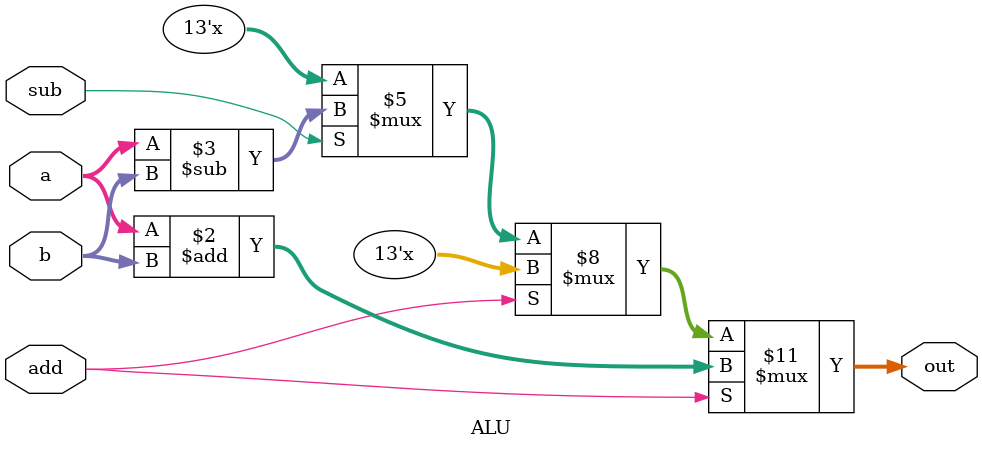
<source format=v>
module ALU(input add, input sub, input [12:0] a,b, output reg [12:0] out);
	always@(a or b or add or sub)
	begin
		if(add)
		begin
			out = a+b;
		end
		else if(sub)
		begin
			out = a-b;
		end
	end
endmodule

</source>
